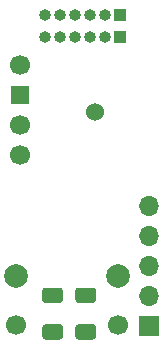
<source format=gbr>
%TF.GenerationSoftware,KiCad,Pcbnew,(5.1.9-0-10_14)*%
%TF.CreationDate,2021-04-23T15:22:13+01:00*%
%TF.ProjectId,Shelly,5368656c-6c79-42e6-9b69-6361645f7063,rev?*%
%TF.SameCoordinates,Original*%
%TF.FileFunction,Soldermask,Bot*%
%TF.FilePolarity,Negative*%
%FSLAX46Y46*%
G04 Gerber Fmt 4.6, Leading zero omitted, Abs format (unit mm)*
G04 Created by KiCad (PCBNEW (5.1.9-0-10_14)) date 2021-04-23 15:22:13*
%MOMM*%
%LPD*%
G01*
G04 APERTURE LIST*
%ADD10O,1.000000X1.000000*%
%ADD11R,1.000000X1.000000*%
%ADD12C,1.700000*%
%ADD13R,1.524000X1.524000*%
%ADD14C,2.000000*%
%ADD15C,1.524000*%
%ADD16O,1.700000X1.700000*%
%ADD17R,1.700000X1.700000*%
G04 APERTURE END LIST*
D10*
%TO.C,J3*%
X174150000Y-62500000D03*
X175420000Y-62500000D03*
X176690000Y-62500000D03*
X177960000Y-62500000D03*
X179230000Y-62500000D03*
D11*
X180500000Y-62500000D03*
%TD*%
D12*
%TO.C,M1*%
X172000000Y-72540000D03*
X172000000Y-64920000D03*
D13*
X172000000Y-67460000D03*
D12*
X172000000Y-70000000D03*
%TD*%
%TO.C,J4*%
X180325000Y-86910000D03*
X171675000Y-86910000D03*
D14*
X180325000Y-82730000D03*
X171675000Y-82730000D03*
%TD*%
%TO.C,R1*%
G36*
G01*
X174175000Y-86850000D02*
X175425000Y-86850000D01*
G75*
G02*
X175675000Y-87100000I0J-250000D01*
G01*
X175675000Y-87900000D01*
G75*
G02*
X175425000Y-88150000I-250000J0D01*
G01*
X174175000Y-88150000D01*
G75*
G02*
X173925000Y-87900000I0J250000D01*
G01*
X173925000Y-87100000D01*
G75*
G02*
X174175000Y-86850000I250000J0D01*
G01*
G37*
G36*
G01*
X174175000Y-83750000D02*
X175425000Y-83750000D01*
G75*
G02*
X175675000Y-84000000I0J-250000D01*
G01*
X175675000Y-84800000D01*
G75*
G02*
X175425000Y-85050000I-250000J0D01*
G01*
X174175000Y-85050000D01*
G75*
G02*
X173925000Y-84800000I0J250000D01*
G01*
X173925000Y-84000000D01*
G75*
G02*
X174175000Y-83750000I250000J0D01*
G01*
G37*
%TD*%
D15*
%TO.C,U1*%
X178375000Y-68875000D03*
%TD*%
D10*
%TO.C,J2*%
X174150000Y-60630000D03*
X175420000Y-60630000D03*
X176690000Y-60630000D03*
X177960000Y-60630000D03*
X179230000Y-60630000D03*
D11*
X180500000Y-60630000D03*
%TD*%
D16*
%TO.C,J1*%
X183000000Y-76840000D03*
X183000000Y-79380000D03*
X183000000Y-81920000D03*
X183000000Y-84460000D03*
D17*
X183000000Y-87000000D03*
%TD*%
%TO.C,R2*%
G36*
G01*
X178225000Y-85050000D02*
X176975000Y-85050000D01*
G75*
G02*
X176725000Y-84800000I0J250000D01*
G01*
X176725000Y-84000000D01*
G75*
G02*
X176975000Y-83750000I250000J0D01*
G01*
X178225000Y-83750000D01*
G75*
G02*
X178475000Y-84000000I0J-250000D01*
G01*
X178475000Y-84800000D01*
G75*
G02*
X178225000Y-85050000I-250000J0D01*
G01*
G37*
G36*
G01*
X178225000Y-88150000D02*
X176975000Y-88150000D01*
G75*
G02*
X176725000Y-87900000I0J250000D01*
G01*
X176725000Y-87100000D01*
G75*
G02*
X176975000Y-86850000I250000J0D01*
G01*
X178225000Y-86850000D01*
G75*
G02*
X178475000Y-87100000I0J-250000D01*
G01*
X178475000Y-87900000D01*
G75*
G02*
X178225000Y-88150000I-250000J0D01*
G01*
G37*
%TD*%
M02*

</source>
